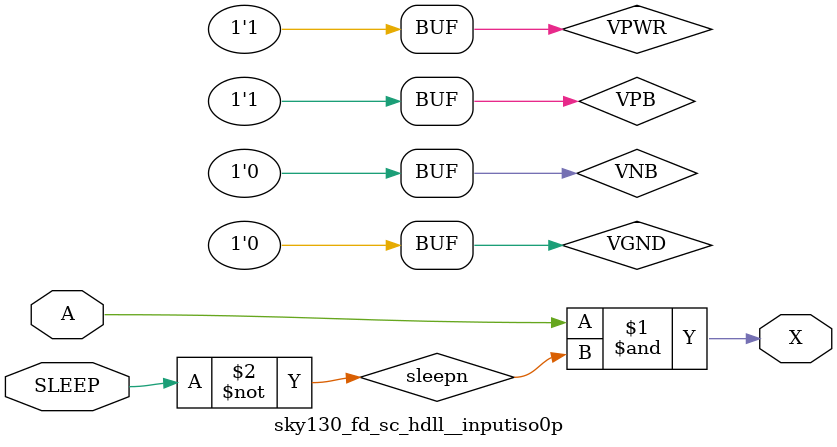
<source format=v>
/*
 * Copyright 2020 The SkyWater PDK Authors
 *
 * Licensed under the Apache License, Version 2.0 (the "License");
 * you may not use this file except in compliance with the License.
 * You may obtain a copy of the License at
 *
 *     https://www.apache.org/licenses/LICENSE-2.0
 *
 * Unless required by applicable law or agreed to in writing, software
 * distributed under the License is distributed on an "AS IS" BASIS,
 * WITHOUT WARRANTIES OR CONDITIONS OF ANY KIND, either express or implied.
 * See the License for the specific language governing permissions and
 * limitations under the License.
 *
 * SPDX-License-Identifier: Apache-2.0
*/


`ifndef SKY130_FD_SC_HDLL__INPUTISO0P_BEHAVIORAL_V
`define SKY130_FD_SC_HDLL__INPUTISO0P_BEHAVIORAL_V

/**
 * inputiso0p: Input isolator with non-inverted enable.
 *
 *             X = (A & !SLEEP_B)
 *
 * Verilog simulation functional model.
 */

`timescale 1ns / 1ps
`default_nettype none

`celldefine
module sky130_fd_sc_hdll__inputiso0p (
    X    ,
    A    ,
    SLEEP
);

    // Module ports
    output X    ;
    input  A    ;
    input  SLEEP;

    // Module supplies
    supply1 VPWR;
    supply0 VGND;
    supply1 VPB ;
    supply0 VNB ;

    // Local signals
    wire sleepn;

    //  Name  Output  Other arguments
    not not0 (sleepn, SLEEP          );
    and and0 (X     , A, sleepn      );

endmodule
`endcelldefine

`default_nettype wire
`endif  // SKY130_FD_SC_HDLL__INPUTISO0P_BEHAVIORAL_V
</source>
